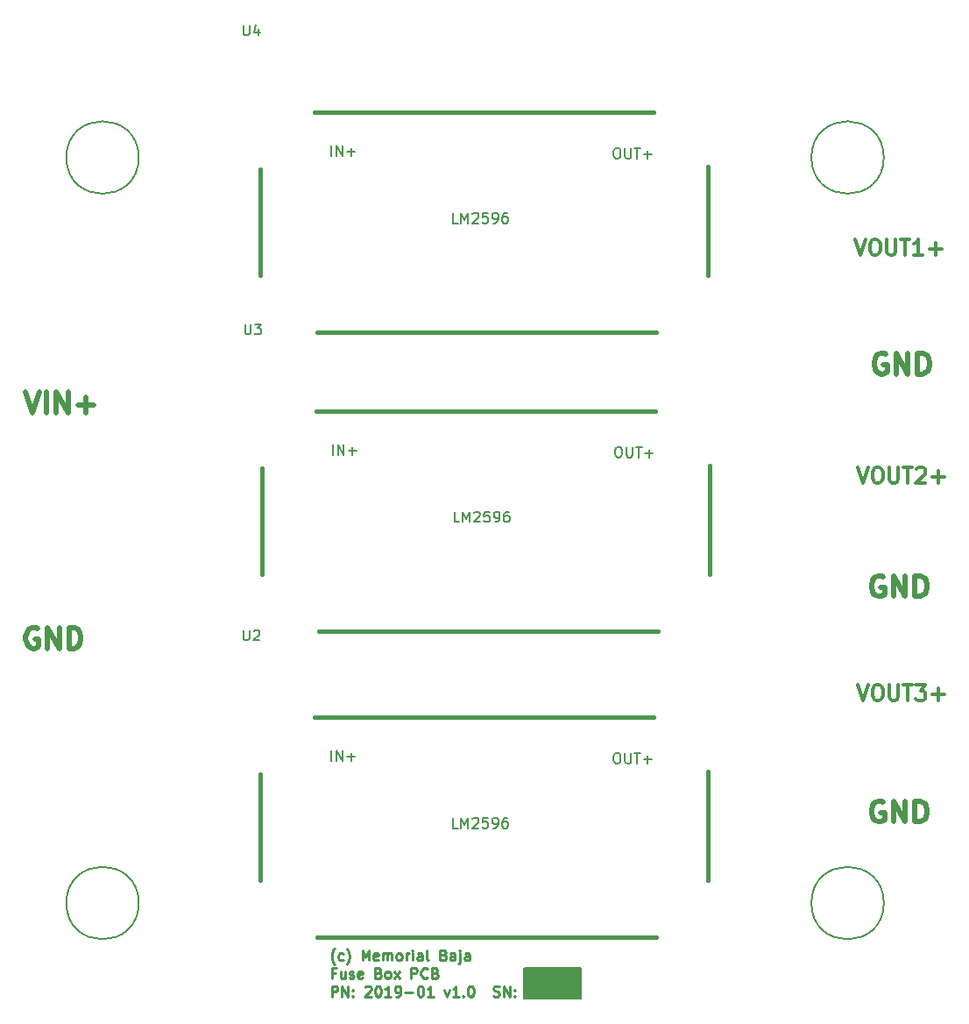
<source format=gbr>
G04 #@! TF.GenerationSoftware,KiCad,Pcbnew,(5.0.2)-1*
G04 #@! TF.CreationDate,2019-05-25T13:24:05-02:30*
G04 #@! TF.ProjectId,PowerPCB,506f7765-7250-4434-922e-6b696361645f,rev?*
G04 #@! TF.SameCoordinates,Original*
G04 #@! TF.FileFunction,Legend,Top*
G04 #@! TF.FilePolarity,Positive*
%FSLAX46Y46*%
G04 Gerber Fmt 4.6, Leading zero omitted, Abs format (unit mm)*
G04 Created by KiCad (PCBNEW (5.0.2)-1) date 5/25/2019 1:24:05 PM*
%MOMM*%
%LPD*%
G01*
G04 APERTURE LIST*
%ADD10C,0.375000*%
%ADD11C,0.500000*%
%ADD12C,0.250000*%
%ADD13C,0.150000*%
%ADD14C,0.381000*%
G04 APERTURE END LIST*
D10*
X132964285Y-118928571D02*
X133464285Y-120428571D01*
X133964285Y-118928571D01*
X134750000Y-118928571D02*
X135035714Y-118928571D01*
X135178571Y-119000000D01*
X135321428Y-119142857D01*
X135392857Y-119428571D01*
X135392857Y-119928571D01*
X135321428Y-120214285D01*
X135178571Y-120357142D01*
X135035714Y-120428571D01*
X134750000Y-120428571D01*
X134607142Y-120357142D01*
X134464285Y-120214285D01*
X134392857Y-119928571D01*
X134392857Y-119428571D01*
X134464285Y-119142857D01*
X134607142Y-119000000D01*
X134750000Y-118928571D01*
X136035714Y-118928571D02*
X136035714Y-120142857D01*
X136107142Y-120285714D01*
X136178571Y-120357142D01*
X136321428Y-120428571D01*
X136607142Y-120428571D01*
X136750000Y-120357142D01*
X136821428Y-120285714D01*
X136892857Y-120142857D01*
X136892857Y-118928571D01*
X137392857Y-118928571D02*
X138250000Y-118928571D01*
X137821428Y-120428571D02*
X137821428Y-118928571D01*
X138607142Y-118928571D02*
X139535714Y-118928571D01*
X139035714Y-119500000D01*
X139250000Y-119500000D01*
X139392857Y-119571428D01*
X139464285Y-119642857D01*
X139535714Y-119785714D01*
X139535714Y-120142857D01*
X139464285Y-120285714D01*
X139392857Y-120357142D01*
X139250000Y-120428571D01*
X138821428Y-120428571D01*
X138678571Y-120357142D01*
X138607142Y-120285714D01*
X140178571Y-119857142D02*
X141321428Y-119857142D01*
X140750000Y-120428571D02*
X140750000Y-119285714D01*
X132964285Y-97928571D02*
X133464285Y-99428571D01*
X133964285Y-97928571D01*
X134750000Y-97928571D02*
X135035714Y-97928571D01*
X135178571Y-98000000D01*
X135321428Y-98142857D01*
X135392857Y-98428571D01*
X135392857Y-98928571D01*
X135321428Y-99214285D01*
X135178571Y-99357142D01*
X135035714Y-99428571D01*
X134750000Y-99428571D01*
X134607142Y-99357142D01*
X134464285Y-99214285D01*
X134392857Y-98928571D01*
X134392857Y-98428571D01*
X134464285Y-98142857D01*
X134607142Y-98000000D01*
X134750000Y-97928571D01*
X136035714Y-97928571D02*
X136035714Y-99142857D01*
X136107142Y-99285714D01*
X136178571Y-99357142D01*
X136321428Y-99428571D01*
X136607142Y-99428571D01*
X136750000Y-99357142D01*
X136821428Y-99285714D01*
X136892857Y-99142857D01*
X136892857Y-97928571D01*
X137392857Y-97928571D02*
X138250000Y-97928571D01*
X137821428Y-99428571D02*
X137821428Y-97928571D01*
X138678571Y-98071428D02*
X138750000Y-98000000D01*
X138892857Y-97928571D01*
X139250000Y-97928571D01*
X139392857Y-98000000D01*
X139464285Y-98071428D01*
X139535714Y-98214285D01*
X139535714Y-98357142D01*
X139464285Y-98571428D01*
X138607142Y-99428571D01*
X139535714Y-99428571D01*
X140178571Y-98857142D02*
X141321428Y-98857142D01*
X140750000Y-99428571D02*
X140750000Y-98285714D01*
X132714285Y-75928571D02*
X133214285Y-77428571D01*
X133714285Y-75928571D01*
X134500000Y-75928571D02*
X134785714Y-75928571D01*
X134928571Y-76000000D01*
X135071428Y-76142857D01*
X135142857Y-76428571D01*
X135142857Y-76928571D01*
X135071428Y-77214285D01*
X134928571Y-77357142D01*
X134785714Y-77428571D01*
X134500000Y-77428571D01*
X134357142Y-77357142D01*
X134214285Y-77214285D01*
X134142857Y-76928571D01*
X134142857Y-76428571D01*
X134214285Y-76142857D01*
X134357142Y-76000000D01*
X134500000Y-75928571D01*
X135785714Y-75928571D02*
X135785714Y-77142857D01*
X135857142Y-77285714D01*
X135928571Y-77357142D01*
X136071428Y-77428571D01*
X136357142Y-77428571D01*
X136500000Y-77357142D01*
X136571428Y-77285714D01*
X136642857Y-77142857D01*
X136642857Y-75928571D01*
X137142857Y-75928571D02*
X138000000Y-75928571D01*
X137571428Y-77428571D02*
X137571428Y-75928571D01*
X139285714Y-77428571D02*
X138428571Y-77428571D01*
X138857142Y-77428571D02*
X138857142Y-75928571D01*
X138714285Y-76142857D01*
X138571428Y-76285714D01*
X138428571Y-76357142D01*
X139928571Y-76857142D02*
X141071428Y-76857142D01*
X140500000Y-77428571D02*
X140500000Y-76285714D01*
D11*
X135726190Y-87000000D02*
X135535714Y-86904761D01*
X135250000Y-86904761D01*
X134964285Y-87000000D01*
X134773809Y-87190476D01*
X134678571Y-87380952D01*
X134583333Y-87761904D01*
X134583333Y-88047619D01*
X134678571Y-88428571D01*
X134773809Y-88619047D01*
X134964285Y-88809523D01*
X135250000Y-88904761D01*
X135440476Y-88904761D01*
X135726190Y-88809523D01*
X135821428Y-88714285D01*
X135821428Y-88047619D01*
X135440476Y-88047619D01*
X136678571Y-88904761D02*
X136678571Y-86904761D01*
X137821428Y-88904761D01*
X137821428Y-86904761D01*
X138773809Y-88904761D02*
X138773809Y-86904761D01*
X139250000Y-86904761D01*
X139535714Y-87000000D01*
X139726190Y-87190476D01*
X139821428Y-87380952D01*
X139916666Y-87761904D01*
X139916666Y-88047619D01*
X139821428Y-88428571D01*
X139726190Y-88619047D01*
X139535714Y-88809523D01*
X139250000Y-88904761D01*
X138773809Y-88904761D01*
X135476190Y-108500000D02*
X135285714Y-108404761D01*
X135000000Y-108404761D01*
X134714285Y-108500000D01*
X134523809Y-108690476D01*
X134428571Y-108880952D01*
X134333333Y-109261904D01*
X134333333Y-109547619D01*
X134428571Y-109928571D01*
X134523809Y-110119047D01*
X134714285Y-110309523D01*
X135000000Y-110404761D01*
X135190476Y-110404761D01*
X135476190Y-110309523D01*
X135571428Y-110214285D01*
X135571428Y-109547619D01*
X135190476Y-109547619D01*
X136428571Y-110404761D02*
X136428571Y-108404761D01*
X137571428Y-110404761D01*
X137571428Y-108404761D01*
X138523809Y-110404761D02*
X138523809Y-108404761D01*
X139000000Y-108404761D01*
X139285714Y-108500000D01*
X139476190Y-108690476D01*
X139571428Y-108880952D01*
X139666666Y-109261904D01*
X139666666Y-109547619D01*
X139571428Y-109928571D01*
X139476190Y-110119047D01*
X139285714Y-110309523D01*
X139000000Y-110404761D01*
X138523809Y-110404761D01*
X135476190Y-130250000D02*
X135285714Y-130154761D01*
X135000000Y-130154761D01*
X134714285Y-130250000D01*
X134523809Y-130440476D01*
X134428571Y-130630952D01*
X134333333Y-131011904D01*
X134333333Y-131297619D01*
X134428571Y-131678571D01*
X134523809Y-131869047D01*
X134714285Y-132059523D01*
X135000000Y-132154761D01*
X135190476Y-132154761D01*
X135476190Y-132059523D01*
X135571428Y-131964285D01*
X135571428Y-131297619D01*
X135190476Y-131297619D01*
X136428571Y-132154761D02*
X136428571Y-130154761D01*
X137571428Y-132154761D01*
X137571428Y-130154761D01*
X138523809Y-132154761D02*
X138523809Y-130154761D01*
X139000000Y-130154761D01*
X139285714Y-130250000D01*
X139476190Y-130440476D01*
X139571428Y-130630952D01*
X139666666Y-131011904D01*
X139666666Y-131297619D01*
X139571428Y-131678571D01*
X139476190Y-131869047D01*
X139285714Y-132059523D01*
X139000000Y-132154761D01*
X138523809Y-132154761D01*
X53726190Y-113500000D02*
X53535714Y-113404761D01*
X53250000Y-113404761D01*
X52964285Y-113500000D01*
X52773809Y-113690476D01*
X52678571Y-113880952D01*
X52583333Y-114261904D01*
X52583333Y-114547619D01*
X52678571Y-114928571D01*
X52773809Y-115119047D01*
X52964285Y-115309523D01*
X53250000Y-115404761D01*
X53440476Y-115404761D01*
X53726190Y-115309523D01*
X53821428Y-115214285D01*
X53821428Y-114547619D01*
X53440476Y-114547619D01*
X54678571Y-115404761D02*
X54678571Y-113404761D01*
X55821428Y-115404761D01*
X55821428Y-113404761D01*
X56773809Y-115404761D02*
X56773809Y-113404761D01*
X57250000Y-113404761D01*
X57535714Y-113500000D01*
X57726190Y-113690476D01*
X57821428Y-113880952D01*
X57916666Y-114261904D01*
X57916666Y-114547619D01*
X57821428Y-114928571D01*
X57726190Y-115119047D01*
X57535714Y-115309523D01*
X57250000Y-115404761D01*
X56773809Y-115404761D01*
X52571428Y-90654761D02*
X53238095Y-92654761D01*
X53904761Y-90654761D01*
X54571428Y-92654761D02*
X54571428Y-90654761D01*
X55523809Y-92654761D02*
X55523809Y-90654761D01*
X56666666Y-92654761D01*
X56666666Y-90654761D01*
X57619047Y-91892857D02*
X59142857Y-91892857D01*
X58380952Y-92654761D02*
X58380952Y-91130952D01*
D12*
X82436309Y-145908333D02*
X82388690Y-145860714D01*
X82293452Y-145717857D01*
X82245833Y-145622619D01*
X82198214Y-145479761D01*
X82150595Y-145241666D01*
X82150595Y-145051190D01*
X82198214Y-144813095D01*
X82245833Y-144670238D01*
X82293452Y-144575000D01*
X82388690Y-144432142D01*
X82436309Y-144384523D01*
X83245833Y-145479761D02*
X83150595Y-145527380D01*
X82960119Y-145527380D01*
X82864880Y-145479761D01*
X82817261Y-145432142D01*
X82769642Y-145336904D01*
X82769642Y-145051190D01*
X82817261Y-144955952D01*
X82864880Y-144908333D01*
X82960119Y-144860714D01*
X83150595Y-144860714D01*
X83245833Y-144908333D01*
X83579166Y-145908333D02*
X83626785Y-145860714D01*
X83722023Y-145717857D01*
X83769642Y-145622619D01*
X83817261Y-145479761D01*
X83864880Y-145241666D01*
X83864880Y-145051190D01*
X83817261Y-144813095D01*
X83769642Y-144670238D01*
X83722023Y-144575000D01*
X83626785Y-144432142D01*
X83579166Y-144384523D01*
X85102976Y-145527380D02*
X85102976Y-144527380D01*
X85436309Y-145241666D01*
X85769642Y-144527380D01*
X85769642Y-145527380D01*
X86626785Y-145479761D02*
X86531547Y-145527380D01*
X86341071Y-145527380D01*
X86245833Y-145479761D01*
X86198214Y-145384523D01*
X86198214Y-145003571D01*
X86245833Y-144908333D01*
X86341071Y-144860714D01*
X86531547Y-144860714D01*
X86626785Y-144908333D01*
X86674404Y-145003571D01*
X86674404Y-145098809D01*
X86198214Y-145194047D01*
X87102976Y-145527380D02*
X87102976Y-144860714D01*
X87102976Y-144955952D02*
X87150595Y-144908333D01*
X87245833Y-144860714D01*
X87388690Y-144860714D01*
X87483928Y-144908333D01*
X87531547Y-145003571D01*
X87531547Y-145527380D01*
X87531547Y-145003571D02*
X87579166Y-144908333D01*
X87674404Y-144860714D01*
X87817261Y-144860714D01*
X87912500Y-144908333D01*
X87960119Y-145003571D01*
X87960119Y-145527380D01*
X88579166Y-145527380D02*
X88483928Y-145479761D01*
X88436309Y-145432142D01*
X88388690Y-145336904D01*
X88388690Y-145051190D01*
X88436309Y-144955952D01*
X88483928Y-144908333D01*
X88579166Y-144860714D01*
X88722023Y-144860714D01*
X88817261Y-144908333D01*
X88864880Y-144955952D01*
X88912500Y-145051190D01*
X88912500Y-145336904D01*
X88864880Y-145432142D01*
X88817261Y-145479761D01*
X88722023Y-145527380D01*
X88579166Y-145527380D01*
X89341071Y-145527380D02*
X89341071Y-144860714D01*
X89341071Y-145051190D02*
X89388690Y-144955952D01*
X89436309Y-144908333D01*
X89531547Y-144860714D01*
X89626785Y-144860714D01*
X89960119Y-145527380D02*
X89960119Y-144860714D01*
X89960119Y-144527380D02*
X89912500Y-144575000D01*
X89960119Y-144622619D01*
X90007738Y-144575000D01*
X89960119Y-144527380D01*
X89960119Y-144622619D01*
X90864880Y-145527380D02*
X90864880Y-145003571D01*
X90817261Y-144908333D01*
X90722023Y-144860714D01*
X90531547Y-144860714D01*
X90436309Y-144908333D01*
X90864880Y-145479761D02*
X90769642Y-145527380D01*
X90531547Y-145527380D01*
X90436309Y-145479761D01*
X90388690Y-145384523D01*
X90388690Y-145289285D01*
X90436309Y-145194047D01*
X90531547Y-145146428D01*
X90769642Y-145146428D01*
X90864880Y-145098809D01*
X91483928Y-145527380D02*
X91388690Y-145479761D01*
X91341071Y-145384523D01*
X91341071Y-144527380D01*
X92960119Y-145003571D02*
X93102976Y-145051190D01*
X93150595Y-145098809D01*
X93198214Y-145194047D01*
X93198214Y-145336904D01*
X93150595Y-145432142D01*
X93102976Y-145479761D01*
X93007738Y-145527380D01*
X92626785Y-145527380D01*
X92626785Y-144527380D01*
X92960119Y-144527380D01*
X93055357Y-144575000D01*
X93102976Y-144622619D01*
X93150595Y-144717857D01*
X93150595Y-144813095D01*
X93102976Y-144908333D01*
X93055357Y-144955952D01*
X92960119Y-145003571D01*
X92626785Y-145003571D01*
X94055357Y-145527380D02*
X94055357Y-145003571D01*
X94007738Y-144908333D01*
X93912500Y-144860714D01*
X93722023Y-144860714D01*
X93626785Y-144908333D01*
X94055357Y-145479761D02*
X93960119Y-145527380D01*
X93722023Y-145527380D01*
X93626785Y-145479761D01*
X93579166Y-145384523D01*
X93579166Y-145289285D01*
X93626785Y-145194047D01*
X93722023Y-145146428D01*
X93960119Y-145146428D01*
X94055357Y-145098809D01*
X94531547Y-144860714D02*
X94531547Y-145717857D01*
X94483928Y-145813095D01*
X94388690Y-145860714D01*
X94341071Y-145860714D01*
X94531547Y-144527380D02*
X94483928Y-144575000D01*
X94531547Y-144622619D01*
X94579166Y-144575000D01*
X94531547Y-144527380D01*
X94531547Y-144622619D01*
X95436309Y-145527380D02*
X95436309Y-145003571D01*
X95388690Y-144908333D01*
X95293452Y-144860714D01*
X95102976Y-144860714D01*
X95007738Y-144908333D01*
X95436309Y-145479761D02*
X95341071Y-145527380D01*
X95102976Y-145527380D01*
X95007738Y-145479761D01*
X94960119Y-145384523D01*
X94960119Y-145289285D01*
X95007738Y-145194047D01*
X95102976Y-145146428D01*
X95341071Y-145146428D01*
X95436309Y-145098809D01*
X82483928Y-146753571D02*
X82150595Y-146753571D01*
X82150595Y-147277380D02*
X82150595Y-146277380D01*
X82626785Y-146277380D01*
X83436309Y-146610714D02*
X83436309Y-147277380D01*
X83007738Y-146610714D02*
X83007738Y-147134523D01*
X83055357Y-147229761D01*
X83150595Y-147277380D01*
X83293452Y-147277380D01*
X83388690Y-147229761D01*
X83436309Y-147182142D01*
X83864880Y-147229761D02*
X83960119Y-147277380D01*
X84150595Y-147277380D01*
X84245833Y-147229761D01*
X84293452Y-147134523D01*
X84293452Y-147086904D01*
X84245833Y-146991666D01*
X84150595Y-146944047D01*
X84007738Y-146944047D01*
X83912500Y-146896428D01*
X83864880Y-146801190D01*
X83864880Y-146753571D01*
X83912500Y-146658333D01*
X84007738Y-146610714D01*
X84150595Y-146610714D01*
X84245833Y-146658333D01*
X85102976Y-147229761D02*
X85007738Y-147277380D01*
X84817261Y-147277380D01*
X84722023Y-147229761D01*
X84674404Y-147134523D01*
X84674404Y-146753571D01*
X84722023Y-146658333D01*
X84817261Y-146610714D01*
X85007738Y-146610714D01*
X85102976Y-146658333D01*
X85150595Y-146753571D01*
X85150595Y-146848809D01*
X84674404Y-146944047D01*
X86674404Y-146753571D02*
X86817261Y-146801190D01*
X86864880Y-146848809D01*
X86912500Y-146944047D01*
X86912500Y-147086904D01*
X86864880Y-147182142D01*
X86817261Y-147229761D01*
X86722023Y-147277380D01*
X86341071Y-147277380D01*
X86341071Y-146277380D01*
X86674404Y-146277380D01*
X86769642Y-146325000D01*
X86817261Y-146372619D01*
X86864880Y-146467857D01*
X86864880Y-146563095D01*
X86817261Y-146658333D01*
X86769642Y-146705952D01*
X86674404Y-146753571D01*
X86341071Y-146753571D01*
X87483928Y-147277380D02*
X87388690Y-147229761D01*
X87341071Y-147182142D01*
X87293452Y-147086904D01*
X87293452Y-146801190D01*
X87341071Y-146705952D01*
X87388690Y-146658333D01*
X87483928Y-146610714D01*
X87626785Y-146610714D01*
X87722023Y-146658333D01*
X87769642Y-146705952D01*
X87817261Y-146801190D01*
X87817261Y-147086904D01*
X87769642Y-147182142D01*
X87722023Y-147229761D01*
X87626785Y-147277380D01*
X87483928Y-147277380D01*
X88150595Y-147277380D02*
X88674404Y-146610714D01*
X88150595Y-146610714D02*
X88674404Y-147277380D01*
X89817261Y-147277380D02*
X89817261Y-146277380D01*
X90198214Y-146277380D01*
X90293452Y-146325000D01*
X90341071Y-146372619D01*
X90388690Y-146467857D01*
X90388690Y-146610714D01*
X90341071Y-146705952D01*
X90293452Y-146753571D01*
X90198214Y-146801190D01*
X89817261Y-146801190D01*
X91388690Y-147182142D02*
X91341071Y-147229761D01*
X91198214Y-147277380D01*
X91102976Y-147277380D01*
X90960119Y-147229761D01*
X90864880Y-147134523D01*
X90817261Y-147039285D01*
X90769642Y-146848809D01*
X90769642Y-146705952D01*
X90817261Y-146515476D01*
X90864880Y-146420238D01*
X90960119Y-146325000D01*
X91102976Y-146277380D01*
X91198214Y-146277380D01*
X91341071Y-146325000D01*
X91388690Y-146372619D01*
X92150595Y-146753571D02*
X92293452Y-146801190D01*
X92341071Y-146848809D01*
X92388690Y-146944047D01*
X92388690Y-147086904D01*
X92341071Y-147182142D01*
X92293452Y-147229761D01*
X92198214Y-147277380D01*
X91817261Y-147277380D01*
X91817261Y-146277380D01*
X92150595Y-146277380D01*
X92245833Y-146325000D01*
X92293452Y-146372619D01*
X92341071Y-146467857D01*
X92341071Y-146563095D01*
X92293452Y-146658333D01*
X92245833Y-146705952D01*
X92150595Y-146753571D01*
X91817261Y-146753571D01*
X82150595Y-149027380D02*
X82150595Y-148027380D01*
X82531547Y-148027380D01*
X82626785Y-148075000D01*
X82674404Y-148122619D01*
X82722023Y-148217857D01*
X82722023Y-148360714D01*
X82674404Y-148455952D01*
X82626785Y-148503571D01*
X82531547Y-148551190D01*
X82150595Y-148551190D01*
X83150595Y-149027380D02*
X83150595Y-148027380D01*
X83722023Y-149027380D01*
X83722023Y-148027380D01*
X84198214Y-148932142D02*
X84245833Y-148979761D01*
X84198214Y-149027380D01*
X84150595Y-148979761D01*
X84198214Y-148932142D01*
X84198214Y-149027380D01*
X84198214Y-148408333D02*
X84245833Y-148455952D01*
X84198214Y-148503571D01*
X84150595Y-148455952D01*
X84198214Y-148408333D01*
X84198214Y-148503571D01*
X85388690Y-148122619D02*
X85436309Y-148075000D01*
X85531547Y-148027380D01*
X85769642Y-148027380D01*
X85864880Y-148075000D01*
X85912500Y-148122619D01*
X85960119Y-148217857D01*
X85960119Y-148313095D01*
X85912500Y-148455952D01*
X85341071Y-149027380D01*
X85960119Y-149027380D01*
X86579166Y-148027380D02*
X86674404Y-148027380D01*
X86769642Y-148075000D01*
X86817261Y-148122619D01*
X86864880Y-148217857D01*
X86912500Y-148408333D01*
X86912500Y-148646428D01*
X86864880Y-148836904D01*
X86817261Y-148932142D01*
X86769642Y-148979761D01*
X86674404Y-149027380D01*
X86579166Y-149027380D01*
X86483928Y-148979761D01*
X86436309Y-148932142D01*
X86388690Y-148836904D01*
X86341071Y-148646428D01*
X86341071Y-148408333D01*
X86388690Y-148217857D01*
X86436309Y-148122619D01*
X86483928Y-148075000D01*
X86579166Y-148027380D01*
X87864880Y-149027380D02*
X87293452Y-149027380D01*
X87579166Y-149027380D02*
X87579166Y-148027380D01*
X87483928Y-148170238D01*
X87388690Y-148265476D01*
X87293452Y-148313095D01*
X88341071Y-149027380D02*
X88531547Y-149027380D01*
X88626785Y-148979761D01*
X88674404Y-148932142D01*
X88769642Y-148789285D01*
X88817261Y-148598809D01*
X88817261Y-148217857D01*
X88769642Y-148122619D01*
X88722023Y-148075000D01*
X88626785Y-148027380D01*
X88436309Y-148027380D01*
X88341071Y-148075000D01*
X88293452Y-148122619D01*
X88245833Y-148217857D01*
X88245833Y-148455952D01*
X88293452Y-148551190D01*
X88341071Y-148598809D01*
X88436309Y-148646428D01*
X88626785Y-148646428D01*
X88722023Y-148598809D01*
X88769642Y-148551190D01*
X88817261Y-148455952D01*
X89245833Y-148646428D02*
X90007738Y-148646428D01*
X90674404Y-148027380D02*
X90769642Y-148027380D01*
X90864880Y-148075000D01*
X90912500Y-148122619D01*
X90960119Y-148217857D01*
X91007738Y-148408333D01*
X91007738Y-148646428D01*
X90960119Y-148836904D01*
X90912500Y-148932142D01*
X90864880Y-148979761D01*
X90769642Y-149027380D01*
X90674404Y-149027380D01*
X90579166Y-148979761D01*
X90531547Y-148932142D01*
X90483928Y-148836904D01*
X90436309Y-148646428D01*
X90436309Y-148408333D01*
X90483928Y-148217857D01*
X90531547Y-148122619D01*
X90579166Y-148075000D01*
X90674404Y-148027380D01*
X91960119Y-149027380D02*
X91388690Y-149027380D01*
X91674404Y-149027380D02*
X91674404Y-148027380D01*
X91579166Y-148170238D01*
X91483928Y-148265476D01*
X91388690Y-148313095D01*
X93055357Y-148360714D02*
X93293452Y-149027380D01*
X93531547Y-148360714D01*
X94436309Y-149027380D02*
X93864880Y-149027380D01*
X94150595Y-149027380D02*
X94150595Y-148027380D01*
X94055357Y-148170238D01*
X93960119Y-148265476D01*
X93864880Y-148313095D01*
X94864880Y-148932142D02*
X94912500Y-148979761D01*
X94864880Y-149027380D01*
X94817261Y-148979761D01*
X94864880Y-148932142D01*
X94864880Y-149027380D01*
X95531547Y-148027380D02*
X95626785Y-148027380D01*
X95722023Y-148075000D01*
X95769642Y-148122619D01*
X95817261Y-148217857D01*
X95864880Y-148408333D01*
X95864880Y-148646428D01*
X95817261Y-148836904D01*
X95769642Y-148932142D01*
X95722023Y-148979761D01*
X95626785Y-149027380D01*
X95531547Y-149027380D01*
X95436309Y-148979761D01*
X95388690Y-148932142D01*
X95341071Y-148836904D01*
X95293452Y-148646428D01*
X95293452Y-148408333D01*
X95341071Y-148217857D01*
X95388690Y-148122619D01*
X95436309Y-148075000D01*
X95531547Y-148027380D01*
X97769642Y-148979761D02*
X97912500Y-149027380D01*
X98150595Y-149027380D01*
X98245833Y-148979761D01*
X98293452Y-148932142D01*
X98341071Y-148836904D01*
X98341071Y-148741666D01*
X98293452Y-148646428D01*
X98245833Y-148598809D01*
X98150595Y-148551190D01*
X97960119Y-148503571D01*
X97864880Y-148455952D01*
X97817261Y-148408333D01*
X97769642Y-148313095D01*
X97769642Y-148217857D01*
X97817261Y-148122619D01*
X97864880Y-148075000D01*
X97960119Y-148027380D01*
X98198214Y-148027380D01*
X98341071Y-148075000D01*
X98769642Y-149027380D02*
X98769642Y-148027380D01*
X99341071Y-149027380D01*
X99341071Y-148027380D01*
X99817261Y-148932142D02*
X99864880Y-148979761D01*
X99817261Y-149027380D01*
X99769642Y-148979761D01*
X99817261Y-148932142D01*
X99817261Y-149027380D01*
X99817261Y-148408333D02*
X99864880Y-148455952D01*
X99817261Y-148503571D01*
X99769642Y-148455952D01*
X99817261Y-148408333D01*
X99817261Y-148503571D01*
D13*
G04 #@! TO.C,H1*
X135500000Y-68000000D02*
G75*
G03X135500000Y-68000000I-3500000J0D01*
G01*
G04 #@! TO.C,H2*
X63500000Y-68000000D02*
G75*
G03X63500000Y-68000000I-3500000J0D01*
G01*
G04 #@! TO.C,H3*
X135500000Y-140000000D02*
G75*
G03X135500000Y-140000000I-3500000J0D01*
G01*
G04 #@! TO.C,H4*
X63500000Y-140000000D02*
G75*
G03X63500000Y-140000000I-3500000J0D01*
G01*
G04 #@! TO.C,logo1*
X100800000Y-149250000D02*
X106200000Y-149250000D01*
X106200000Y-149150000D02*
X100800000Y-149150000D01*
X100800000Y-149050000D02*
X106200000Y-149050000D01*
X106200000Y-148950000D02*
X100800000Y-148950000D01*
X100800000Y-148850000D02*
X106200000Y-148850000D01*
X106200000Y-148750000D02*
X100800000Y-148750000D01*
X100800000Y-148650000D02*
X106200000Y-148650000D01*
X106200000Y-148550000D02*
X100800000Y-148550000D01*
X100800000Y-148450000D02*
X106200000Y-148450000D01*
X106200000Y-148350000D02*
X100800000Y-148350000D01*
X100800000Y-148250000D02*
X106200000Y-148250000D01*
X106200000Y-148150000D02*
X100800000Y-148150000D01*
X100800000Y-148050000D02*
X106200000Y-148050000D01*
X106200000Y-147950000D02*
X100800000Y-147950000D01*
X100800000Y-147850000D02*
X106200000Y-147850000D01*
X106200000Y-147750000D02*
X100800000Y-147750000D01*
X100800000Y-147650000D02*
X106200000Y-147650000D01*
X106200000Y-147550000D02*
X100800000Y-147550000D01*
X100800000Y-147450000D02*
X106200000Y-147450000D01*
X106200000Y-147350000D02*
X100800000Y-147350000D01*
X100800000Y-147250000D02*
X106200000Y-147250000D01*
X106200000Y-147150000D02*
X100800000Y-147150000D01*
X100800000Y-147050000D02*
X106200000Y-147050000D01*
X106200000Y-146950000D02*
X100800000Y-146950000D01*
X100800000Y-146850000D02*
X106200000Y-146850000D01*
X106200000Y-146750000D02*
X100800000Y-146750000D01*
X100800000Y-146650000D02*
X106200000Y-146650000D01*
X106200000Y-146550000D02*
X100800000Y-146550000D01*
X100800000Y-146450000D02*
X106200000Y-146450000D01*
X106200000Y-146350000D02*
X100800000Y-146350000D01*
X100800000Y-146250000D02*
X106200000Y-146250000D01*
X100750000Y-146250000D02*
X100750000Y-149250000D01*
X106250000Y-146250000D02*
X106250000Y-149250000D01*
D14*
G04 #@! TO.C,U2*
X75250000Y-137810000D02*
X75250000Y-127560000D01*
X113500000Y-143310000D02*
X80750000Y-143310000D01*
X118500000Y-127310000D02*
X118500000Y-137810000D01*
X80500000Y-122060000D02*
X113250000Y-122060000D01*
G04 #@! TO.C,U3*
X80650000Y-92500000D02*
X113400000Y-92500000D01*
X118650000Y-97750000D02*
X118650000Y-108250000D01*
X113650000Y-113750000D02*
X80900000Y-113750000D01*
X75400000Y-108250000D02*
X75400000Y-98000000D01*
G04 #@! TO.C,U4*
X75250000Y-79390000D02*
X75250000Y-69140000D01*
X113500000Y-84890000D02*
X80750000Y-84890000D01*
X118500000Y-68890000D02*
X118500000Y-79390000D01*
X80500000Y-63640000D02*
X113250000Y-63640000D01*
G04 #@! TO.C,U2*
D13*
X73613095Y-113637380D02*
X73613095Y-114446904D01*
X73660714Y-114542142D01*
X73708333Y-114589761D01*
X73803571Y-114637380D01*
X73994047Y-114637380D01*
X74089285Y-114589761D01*
X74136904Y-114542142D01*
X74184523Y-114446904D01*
X74184523Y-113637380D01*
X74613095Y-113732619D02*
X74660714Y-113685000D01*
X74755952Y-113637380D01*
X74994047Y-113637380D01*
X75089285Y-113685000D01*
X75136904Y-113732619D01*
X75184523Y-113827857D01*
X75184523Y-113923095D01*
X75136904Y-114065952D01*
X74565476Y-114637380D01*
X75184523Y-114637380D01*
X109630952Y-125512380D02*
X109821428Y-125512380D01*
X109916666Y-125560000D01*
X110011904Y-125655238D01*
X110059523Y-125845714D01*
X110059523Y-126179047D01*
X110011904Y-126369523D01*
X109916666Y-126464761D01*
X109821428Y-126512380D01*
X109630952Y-126512380D01*
X109535714Y-126464761D01*
X109440476Y-126369523D01*
X109392857Y-126179047D01*
X109392857Y-125845714D01*
X109440476Y-125655238D01*
X109535714Y-125560000D01*
X109630952Y-125512380D01*
X110488095Y-125512380D02*
X110488095Y-126321904D01*
X110535714Y-126417142D01*
X110583333Y-126464761D01*
X110678571Y-126512380D01*
X110869047Y-126512380D01*
X110964285Y-126464761D01*
X111011904Y-126417142D01*
X111059523Y-126321904D01*
X111059523Y-125512380D01*
X111392857Y-125512380D02*
X111964285Y-125512380D01*
X111678571Y-126512380D02*
X111678571Y-125512380D01*
X112297619Y-126131428D02*
X113059523Y-126131428D01*
X112678571Y-126512380D02*
X112678571Y-125750476D01*
X82107142Y-126262380D02*
X82107142Y-125262380D01*
X82583333Y-126262380D02*
X82583333Y-125262380D01*
X83154761Y-126262380D01*
X83154761Y-125262380D01*
X83630952Y-125881428D02*
X84392857Y-125881428D01*
X84011904Y-126262380D02*
X84011904Y-125500476D01*
X94333333Y-132762380D02*
X93857142Y-132762380D01*
X93857142Y-131762380D01*
X94666666Y-132762380D02*
X94666666Y-131762380D01*
X95000000Y-132476666D01*
X95333333Y-131762380D01*
X95333333Y-132762380D01*
X95761904Y-131857619D02*
X95809523Y-131810000D01*
X95904761Y-131762380D01*
X96142857Y-131762380D01*
X96238095Y-131810000D01*
X96285714Y-131857619D01*
X96333333Y-131952857D01*
X96333333Y-132048095D01*
X96285714Y-132190952D01*
X95714285Y-132762380D01*
X96333333Y-132762380D01*
X97238095Y-131762380D02*
X96761904Y-131762380D01*
X96714285Y-132238571D01*
X96761904Y-132190952D01*
X96857142Y-132143333D01*
X97095238Y-132143333D01*
X97190476Y-132190952D01*
X97238095Y-132238571D01*
X97285714Y-132333809D01*
X97285714Y-132571904D01*
X97238095Y-132667142D01*
X97190476Y-132714761D01*
X97095238Y-132762380D01*
X96857142Y-132762380D01*
X96761904Y-132714761D01*
X96714285Y-132667142D01*
X97761904Y-132762380D02*
X97952380Y-132762380D01*
X98047619Y-132714761D01*
X98095238Y-132667142D01*
X98190476Y-132524285D01*
X98238095Y-132333809D01*
X98238095Y-131952857D01*
X98190476Y-131857619D01*
X98142857Y-131810000D01*
X98047619Y-131762380D01*
X97857142Y-131762380D01*
X97761904Y-131810000D01*
X97714285Y-131857619D01*
X97666666Y-131952857D01*
X97666666Y-132190952D01*
X97714285Y-132286190D01*
X97761904Y-132333809D01*
X97857142Y-132381428D01*
X98047619Y-132381428D01*
X98142857Y-132333809D01*
X98190476Y-132286190D01*
X98238095Y-132190952D01*
X99095238Y-131762380D02*
X98904761Y-131762380D01*
X98809523Y-131810000D01*
X98761904Y-131857619D01*
X98666666Y-132000476D01*
X98619047Y-132190952D01*
X98619047Y-132571904D01*
X98666666Y-132667142D01*
X98714285Y-132714761D01*
X98809523Y-132762380D01*
X99000000Y-132762380D01*
X99095238Y-132714761D01*
X99142857Y-132667142D01*
X99190476Y-132571904D01*
X99190476Y-132333809D01*
X99142857Y-132238571D01*
X99095238Y-132190952D01*
X99000000Y-132143333D01*
X98809523Y-132143333D01*
X98714285Y-132190952D01*
X98666666Y-132238571D01*
X98619047Y-132333809D01*
G04 #@! TO.C,U3*
X73763095Y-84077380D02*
X73763095Y-84886904D01*
X73810714Y-84982142D01*
X73858333Y-85029761D01*
X73953571Y-85077380D01*
X74144047Y-85077380D01*
X74239285Y-85029761D01*
X74286904Y-84982142D01*
X74334523Y-84886904D01*
X74334523Y-84077380D01*
X74715476Y-84077380D02*
X75334523Y-84077380D01*
X75001190Y-84458333D01*
X75144047Y-84458333D01*
X75239285Y-84505952D01*
X75286904Y-84553571D01*
X75334523Y-84648809D01*
X75334523Y-84886904D01*
X75286904Y-84982142D01*
X75239285Y-85029761D01*
X75144047Y-85077380D01*
X74858333Y-85077380D01*
X74763095Y-85029761D01*
X74715476Y-84982142D01*
X94483333Y-103202380D02*
X94007142Y-103202380D01*
X94007142Y-102202380D01*
X94816666Y-103202380D02*
X94816666Y-102202380D01*
X95150000Y-102916666D01*
X95483333Y-102202380D01*
X95483333Y-103202380D01*
X95911904Y-102297619D02*
X95959523Y-102250000D01*
X96054761Y-102202380D01*
X96292857Y-102202380D01*
X96388095Y-102250000D01*
X96435714Y-102297619D01*
X96483333Y-102392857D01*
X96483333Y-102488095D01*
X96435714Y-102630952D01*
X95864285Y-103202380D01*
X96483333Y-103202380D01*
X97388095Y-102202380D02*
X96911904Y-102202380D01*
X96864285Y-102678571D01*
X96911904Y-102630952D01*
X97007142Y-102583333D01*
X97245238Y-102583333D01*
X97340476Y-102630952D01*
X97388095Y-102678571D01*
X97435714Y-102773809D01*
X97435714Y-103011904D01*
X97388095Y-103107142D01*
X97340476Y-103154761D01*
X97245238Y-103202380D01*
X97007142Y-103202380D01*
X96911904Y-103154761D01*
X96864285Y-103107142D01*
X97911904Y-103202380D02*
X98102380Y-103202380D01*
X98197619Y-103154761D01*
X98245238Y-103107142D01*
X98340476Y-102964285D01*
X98388095Y-102773809D01*
X98388095Y-102392857D01*
X98340476Y-102297619D01*
X98292857Y-102250000D01*
X98197619Y-102202380D01*
X98007142Y-102202380D01*
X97911904Y-102250000D01*
X97864285Y-102297619D01*
X97816666Y-102392857D01*
X97816666Y-102630952D01*
X97864285Y-102726190D01*
X97911904Y-102773809D01*
X98007142Y-102821428D01*
X98197619Y-102821428D01*
X98292857Y-102773809D01*
X98340476Y-102726190D01*
X98388095Y-102630952D01*
X99245238Y-102202380D02*
X99054761Y-102202380D01*
X98959523Y-102250000D01*
X98911904Y-102297619D01*
X98816666Y-102440476D01*
X98769047Y-102630952D01*
X98769047Y-103011904D01*
X98816666Y-103107142D01*
X98864285Y-103154761D01*
X98959523Y-103202380D01*
X99150000Y-103202380D01*
X99245238Y-103154761D01*
X99292857Y-103107142D01*
X99340476Y-103011904D01*
X99340476Y-102773809D01*
X99292857Y-102678571D01*
X99245238Y-102630952D01*
X99150000Y-102583333D01*
X98959523Y-102583333D01*
X98864285Y-102630952D01*
X98816666Y-102678571D01*
X98769047Y-102773809D01*
X82257142Y-96702380D02*
X82257142Y-95702380D01*
X82733333Y-96702380D02*
X82733333Y-95702380D01*
X83304761Y-96702380D01*
X83304761Y-95702380D01*
X83780952Y-96321428D02*
X84542857Y-96321428D01*
X84161904Y-96702380D02*
X84161904Y-95940476D01*
X109780952Y-95952380D02*
X109971428Y-95952380D01*
X110066666Y-96000000D01*
X110161904Y-96095238D01*
X110209523Y-96285714D01*
X110209523Y-96619047D01*
X110161904Y-96809523D01*
X110066666Y-96904761D01*
X109971428Y-96952380D01*
X109780952Y-96952380D01*
X109685714Y-96904761D01*
X109590476Y-96809523D01*
X109542857Y-96619047D01*
X109542857Y-96285714D01*
X109590476Y-96095238D01*
X109685714Y-96000000D01*
X109780952Y-95952380D01*
X110638095Y-95952380D02*
X110638095Y-96761904D01*
X110685714Y-96857142D01*
X110733333Y-96904761D01*
X110828571Y-96952380D01*
X111019047Y-96952380D01*
X111114285Y-96904761D01*
X111161904Y-96857142D01*
X111209523Y-96761904D01*
X111209523Y-95952380D01*
X111542857Y-95952380D02*
X112114285Y-95952380D01*
X111828571Y-96952380D02*
X111828571Y-95952380D01*
X112447619Y-96571428D02*
X113209523Y-96571428D01*
X112828571Y-96952380D02*
X112828571Y-96190476D01*
G04 #@! TO.C,U4*
X73613095Y-55217380D02*
X73613095Y-56026904D01*
X73660714Y-56122142D01*
X73708333Y-56169761D01*
X73803571Y-56217380D01*
X73994047Y-56217380D01*
X74089285Y-56169761D01*
X74136904Y-56122142D01*
X74184523Y-56026904D01*
X74184523Y-55217380D01*
X75089285Y-55550714D02*
X75089285Y-56217380D01*
X74851190Y-55169761D02*
X74613095Y-55884047D01*
X75232142Y-55884047D01*
X109630952Y-67092380D02*
X109821428Y-67092380D01*
X109916666Y-67140000D01*
X110011904Y-67235238D01*
X110059523Y-67425714D01*
X110059523Y-67759047D01*
X110011904Y-67949523D01*
X109916666Y-68044761D01*
X109821428Y-68092380D01*
X109630952Y-68092380D01*
X109535714Y-68044761D01*
X109440476Y-67949523D01*
X109392857Y-67759047D01*
X109392857Y-67425714D01*
X109440476Y-67235238D01*
X109535714Y-67140000D01*
X109630952Y-67092380D01*
X110488095Y-67092380D02*
X110488095Y-67901904D01*
X110535714Y-67997142D01*
X110583333Y-68044761D01*
X110678571Y-68092380D01*
X110869047Y-68092380D01*
X110964285Y-68044761D01*
X111011904Y-67997142D01*
X111059523Y-67901904D01*
X111059523Y-67092380D01*
X111392857Y-67092380D02*
X111964285Y-67092380D01*
X111678571Y-68092380D02*
X111678571Y-67092380D01*
X112297619Y-67711428D02*
X113059523Y-67711428D01*
X112678571Y-68092380D02*
X112678571Y-67330476D01*
X82107142Y-67842380D02*
X82107142Y-66842380D01*
X82583333Y-67842380D02*
X82583333Y-66842380D01*
X83154761Y-67842380D01*
X83154761Y-66842380D01*
X83630952Y-67461428D02*
X84392857Y-67461428D01*
X84011904Y-67842380D02*
X84011904Y-67080476D01*
X94333333Y-74342380D02*
X93857142Y-74342380D01*
X93857142Y-73342380D01*
X94666666Y-74342380D02*
X94666666Y-73342380D01*
X95000000Y-74056666D01*
X95333333Y-73342380D01*
X95333333Y-74342380D01*
X95761904Y-73437619D02*
X95809523Y-73390000D01*
X95904761Y-73342380D01*
X96142857Y-73342380D01*
X96238095Y-73390000D01*
X96285714Y-73437619D01*
X96333333Y-73532857D01*
X96333333Y-73628095D01*
X96285714Y-73770952D01*
X95714285Y-74342380D01*
X96333333Y-74342380D01*
X97238095Y-73342380D02*
X96761904Y-73342380D01*
X96714285Y-73818571D01*
X96761904Y-73770952D01*
X96857142Y-73723333D01*
X97095238Y-73723333D01*
X97190476Y-73770952D01*
X97238095Y-73818571D01*
X97285714Y-73913809D01*
X97285714Y-74151904D01*
X97238095Y-74247142D01*
X97190476Y-74294761D01*
X97095238Y-74342380D01*
X96857142Y-74342380D01*
X96761904Y-74294761D01*
X96714285Y-74247142D01*
X97761904Y-74342380D02*
X97952380Y-74342380D01*
X98047619Y-74294761D01*
X98095238Y-74247142D01*
X98190476Y-74104285D01*
X98238095Y-73913809D01*
X98238095Y-73532857D01*
X98190476Y-73437619D01*
X98142857Y-73390000D01*
X98047619Y-73342380D01*
X97857142Y-73342380D01*
X97761904Y-73390000D01*
X97714285Y-73437619D01*
X97666666Y-73532857D01*
X97666666Y-73770952D01*
X97714285Y-73866190D01*
X97761904Y-73913809D01*
X97857142Y-73961428D01*
X98047619Y-73961428D01*
X98142857Y-73913809D01*
X98190476Y-73866190D01*
X98238095Y-73770952D01*
X99095238Y-73342380D02*
X98904761Y-73342380D01*
X98809523Y-73390000D01*
X98761904Y-73437619D01*
X98666666Y-73580476D01*
X98619047Y-73770952D01*
X98619047Y-74151904D01*
X98666666Y-74247142D01*
X98714285Y-74294761D01*
X98809523Y-74342380D01*
X99000000Y-74342380D01*
X99095238Y-74294761D01*
X99142857Y-74247142D01*
X99190476Y-74151904D01*
X99190476Y-73913809D01*
X99142857Y-73818571D01*
X99095238Y-73770952D01*
X99000000Y-73723333D01*
X98809523Y-73723333D01*
X98714285Y-73770952D01*
X98666666Y-73818571D01*
X98619047Y-73913809D01*
G04 #@! TD*
M02*

</source>
